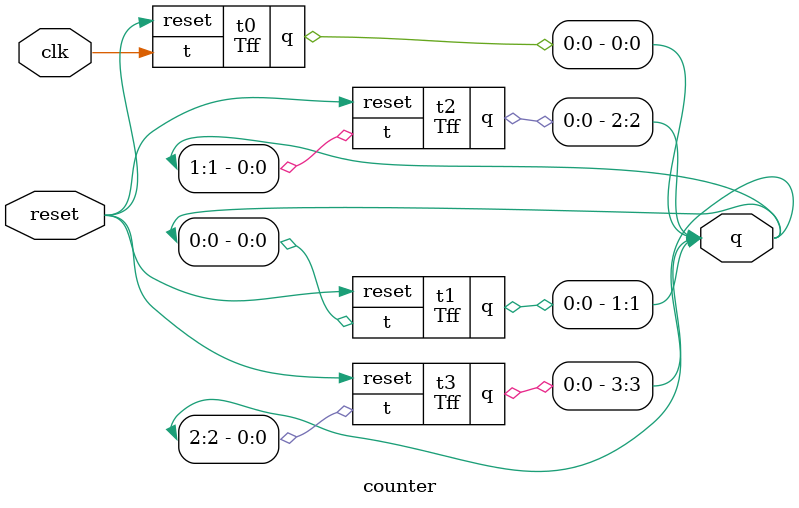
<source format=v>
module Tff (q,t,reset);
  output q;
  input t,reset;
  reg q;

  always @ ( negedge t ) begin
    q <= ~q;
  end

  always @ ( posedge reset ) begin
    q <= 1'b0;
  end
endmodule //Tff
module counter(q,clk,reset);
  output [3:0]q;
  input clk;
  input reset;

  Tff t0(q[0],clk,reset);
  Tff t1(q[1],q[0],reset);
  Tff t2(q[2],q[1],reset);
  Tff t3(q[3],q[2],reset);
endmodule

</source>
